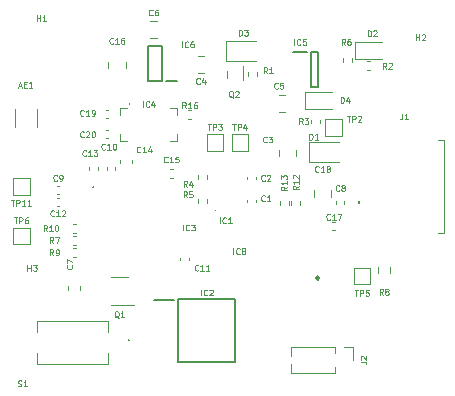
<source format=gbr>
%TF.GenerationSoftware,KiCad,Pcbnew,(6.0.0)*%
%TF.CreationDate,2022-04-21T21:51:44+01:00*%
%TF.ProjectId,Tracer,54726163-6572-42e6-9b69-6361645f7063,C*%
%TF.SameCoordinates,Original*%
%TF.FileFunction,Legend,Top*%
%TF.FilePolarity,Positive*%
%FSLAX46Y46*%
G04 Gerber Fmt 4.6, Leading zero omitted, Abs format (unit mm)*
G04 Created by KiCad (PCBNEW (6.0.0)) date 2022-04-21 21:51:44*
%MOMM*%
%LPD*%
G01*
G04 APERTURE LIST*
%ADD10C,0.035000*%
%ADD11C,0.120000*%
%ADD12C,0.200000*%
%ADD13C,0.027000*%
%ADD14C,0.100000*%
%ADD15C,0.250000*%
G04 APERTURE END LIST*
D10*
%TO.C,C15*%
X142478571Y-94118571D02*
X142454761Y-94142380D01*
X142383333Y-94166190D01*
X142335714Y-94166190D01*
X142264285Y-94142380D01*
X142216666Y-94094761D01*
X142192857Y-94047142D01*
X142169047Y-93951904D01*
X142169047Y-93880476D01*
X142192857Y-93785238D01*
X142216666Y-93737619D01*
X142264285Y-93690000D01*
X142335714Y-93666190D01*
X142383333Y-93666190D01*
X142454761Y-93690000D01*
X142478571Y-93713809D01*
X142954761Y-94166190D02*
X142669047Y-94166190D01*
X142811904Y-94166190D02*
X142811904Y-93666190D01*
X142764285Y-93737619D01*
X142716666Y-93785238D01*
X142669047Y-93809047D01*
X143407142Y-93666190D02*
X143169047Y-93666190D01*
X143145238Y-93904285D01*
X143169047Y-93880476D01*
X143216666Y-93856666D01*
X143335714Y-93856666D01*
X143383333Y-93880476D01*
X143407142Y-93904285D01*
X143430952Y-93951904D01*
X143430952Y-94070952D01*
X143407142Y-94118571D01*
X143383333Y-94142380D01*
X143335714Y-94166190D01*
X143216666Y-94166190D01*
X143169047Y-94142380D01*
X143145238Y-94118571D01*
%TO.C,R10*%
X132278571Y-99976190D02*
X132111904Y-99738095D01*
X131992857Y-99976190D02*
X131992857Y-99476190D01*
X132183333Y-99476190D01*
X132230952Y-99500000D01*
X132254761Y-99523809D01*
X132278571Y-99571428D01*
X132278571Y-99642857D01*
X132254761Y-99690476D01*
X132230952Y-99714285D01*
X132183333Y-99738095D01*
X131992857Y-99738095D01*
X132754761Y-99976190D02*
X132469047Y-99976190D01*
X132611904Y-99976190D02*
X132611904Y-99476190D01*
X132564285Y-99547619D01*
X132516666Y-99595238D01*
X132469047Y-99619047D01*
X133064285Y-99476190D02*
X133111904Y-99476190D01*
X133159523Y-99500000D01*
X133183333Y-99523809D01*
X133207142Y-99571428D01*
X133230952Y-99666666D01*
X133230952Y-99785714D01*
X133207142Y-99880952D01*
X133183333Y-99928571D01*
X133159523Y-99952380D01*
X133111904Y-99976190D01*
X133064285Y-99976190D01*
X133016666Y-99952380D01*
X132992857Y-99928571D01*
X132969047Y-99880952D01*
X132945238Y-99785714D01*
X132945238Y-99666666D01*
X132969047Y-99571428D01*
X132992857Y-99523809D01*
X133016666Y-99500000D01*
X133064285Y-99476190D01*
%TO.C,C1*%
X150716666Y-97398571D02*
X150692857Y-97422380D01*
X150621428Y-97446190D01*
X150573809Y-97446190D01*
X150502380Y-97422380D01*
X150454761Y-97374761D01*
X150430952Y-97327142D01*
X150407142Y-97231904D01*
X150407142Y-97160476D01*
X150430952Y-97065238D01*
X150454761Y-97017619D01*
X150502380Y-96970000D01*
X150573809Y-96946190D01*
X150621428Y-96946190D01*
X150692857Y-96970000D01*
X150716666Y-96993809D01*
X151192857Y-97446190D02*
X150907142Y-97446190D01*
X151050000Y-97446190D02*
X151050000Y-96946190D01*
X151002380Y-97017619D01*
X150954761Y-97065238D01*
X150907142Y-97089047D01*
%TO.C,C16*%
X137873571Y-84078571D02*
X137849761Y-84102380D01*
X137778333Y-84126190D01*
X137730714Y-84126190D01*
X137659285Y-84102380D01*
X137611666Y-84054761D01*
X137587857Y-84007142D01*
X137564047Y-83911904D01*
X137564047Y-83840476D01*
X137587857Y-83745238D01*
X137611666Y-83697619D01*
X137659285Y-83650000D01*
X137730714Y-83626190D01*
X137778333Y-83626190D01*
X137849761Y-83650000D01*
X137873571Y-83673809D01*
X138349761Y-84126190D02*
X138064047Y-84126190D01*
X138206904Y-84126190D02*
X138206904Y-83626190D01*
X138159285Y-83697619D01*
X138111666Y-83745238D01*
X138064047Y-83769047D01*
X138778333Y-83626190D02*
X138683095Y-83626190D01*
X138635476Y-83650000D01*
X138611666Y-83673809D01*
X138564047Y-83745238D01*
X138540238Y-83840476D01*
X138540238Y-84030952D01*
X138564047Y-84078571D01*
X138587857Y-84102380D01*
X138635476Y-84126190D01*
X138730714Y-84126190D01*
X138778333Y-84102380D01*
X138802142Y-84078571D01*
X138825952Y-84030952D01*
X138825952Y-83911904D01*
X138802142Y-83864285D01*
X138778333Y-83840476D01*
X138730714Y-83816666D01*
X138635476Y-83816666D01*
X138587857Y-83840476D01*
X138564047Y-83864285D01*
X138540238Y-83911904D01*
%TO.C,C5*%
X151816666Y-87878571D02*
X151792857Y-87902380D01*
X151721428Y-87926190D01*
X151673809Y-87926190D01*
X151602380Y-87902380D01*
X151554761Y-87854761D01*
X151530952Y-87807142D01*
X151507142Y-87711904D01*
X151507142Y-87640476D01*
X151530952Y-87545238D01*
X151554761Y-87497619D01*
X151602380Y-87450000D01*
X151673809Y-87426190D01*
X151721428Y-87426190D01*
X151792857Y-87450000D01*
X151816666Y-87473809D01*
X152269047Y-87426190D02*
X152030952Y-87426190D01*
X152007142Y-87664285D01*
X152030952Y-87640476D01*
X152078571Y-87616666D01*
X152197619Y-87616666D01*
X152245238Y-87640476D01*
X152269047Y-87664285D01*
X152292857Y-87711904D01*
X152292857Y-87830952D01*
X152269047Y-87878571D01*
X152245238Y-87902380D01*
X152197619Y-87926190D01*
X152078571Y-87926190D01*
X152030952Y-87902380D01*
X152007142Y-87878571D01*
%TO.C,D1*%
X154480952Y-92226190D02*
X154480952Y-91726190D01*
X154600000Y-91726190D01*
X154671428Y-91750000D01*
X154719047Y-91797619D01*
X154742857Y-91845238D01*
X154766666Y-91940476D01*
X154766666Y-92011904D01*
X154742857Y-92107142D01*
X154719047Y-92154761D01*
X154671428Y-92202380D01*
X154600000Y-92226190D01*
X154480952Y-92226190D01*
X155242857Y-92226190D02*
X154957142Y-92226190D01*
X155100000Y-92226190D02*
X155100000Y-91726190D01*
X155052380Y-91797619D01*
X155004761Y-91845238D01*
X154957142Y-91869047D01*
%TO.C,Q2*%
X148052380Y-88673809D02*
X148004761Y-88650000D01*
X147957142Y-88602380D01*
X147885714Y-88530952D01*
X147838095Y-88507142D01*
X147790476Y-88507142D01*
X147814285Y-88626190D02*
X147766666Y-88602380D01*
X147719047Y-88554761D01*
X147695238Y-88459523D01*
X147695238Y-88292857D01*
X147719047Y-88197619D01*
X147766666Y-88150000D01*
X147814285Y-88126190D01*
X147909523Y-88126190D01*
X147957142Y-88150000D01*
X148004761Y-88197619D01*
X148028571Y-88292857D01*
X148028571Y-88459523D01*
X148004761Y-88554761D01*
X147957142Y-88602380D01*
X147909523Y-88626190D01*
X147814285Y-88626190D01*
X148219047Y-88173809D02*
X148242857Y-88150000D01*
X148290476Y-88126190D01*
X148409523Y-88126190D01*
X148457142Y-88150000D01*
X148480952Y-88173809D01*
X148504761Y-88221428D01*
X148504761Y-88269047D01*
X148480952Y-88340476D01*
X148195238Y-88626190D01*
X148504761Y-88626190D01*
%TO.C,R7*%
X132816666Y-100976190D02*
X132650000Y-100738095D01*
X132530952Y-100976190D02*
X132530952Y-100476190D01*
X132721428Y-100476190D01*
X132769047Y-100500000D01*
X132792857Y-100523809D01*
X132816666Y-100571428D01*
X132816666Y-100642857D01*
X132792857Y-100690476D01*
X132769047Y-100714285D01*
X132721428Y-100738095D01*
X132530952Y-100738095D01*
X132983333Y-100476190D02*
X133316666Y-100476190D01*
X133102380Y-100976190D01*
%TO.C,C3*%
X150866666Y-92428571D02*
X150842857Y-92452380D01*
X150771428Y-92476190D01*
X150723809Y-92476190D01*
X150652380Y-92452380D01*
X150604761Y-92404761D01*
X150580952Y-92357142D01*
X150557142Y-92261904D01*
X150557142Y-92190476D01*
X150580952Y-92095238D01*
X150604761Y-92047619D01*
X150652380Y-92000000D01*
X150723809Y-91976190D01*
X150771428Y-91976190D01*
X150842857Y-92000000D01*
X150866666Y-92023809D01*
X151033333Y-91976190D02*
X151342857Y-91976190D01*
X151176190Y-92166666D01*
X151247619Y-92166666D01*
X151295238Y-92190476D01*
X151319047Y-92214285D01*
X151342857Y-92261904D01*
X151342857Y-92380952D01*
X151319047Y-92428571D01*
X151295238Y-92452380D01*
X151247619Y-92476190D01*
X151104761Y-92476190D01*
X151057142Y-92452380D01*
X151033333Y-92428571D01*
%TO.C,H3*%
X130619047Y-103326190D02*
X130619047Y-102826190D01*
X130619047Y-103064285D02*
X130904761Y-103064285D01*
X130904761Y-103326190D02*
X130904761Y-102826190D01*
X131095238Y-102826190D02*
X131404761Y-102826190D01*
X131238095Y-103016666D01*
X131309523Y-103016666D01*
X131357142Y-103040476D01*
X131380952Y-103064285D01*
X131404761Y-103111904D01*
X131404761Y-103230952D01*
X131380952Y-103278571D01*
X131357142Y-103302380D01*
X131309523Y-103326190D01*
X131166666Y-103326190D01*
X131119047Y-103302380D01*
X131095238Y-103278571D01*
%TO.C,C6*%
X141211666Y-81678571D02*
X141187857Y-81702380D01*
X141116428Y-81726190D01*
X141068809Y-81726190D01*
X140997380Y-81702380D01*
X140949761Y-81654761D01*
X140925952Y-81607142D01*
X140902142Y-81511904D01*
X140902142Y-81440476D01*
X140925952Y-81345238D01*
X140949761Y-81297619D01*
X140997380Y-81250000D01*
X141068809Y-81226190D01*
X141116428Y-81226190D01*
X141187857Y-81250000D01*
X141211666Y-81273809D01*
X141640238Y-81226190D02*
X141545000Y-81226190D01*
X141497380Y-81250000D01*
X141473571Y-81273809D01*
X141425952Y-81345238D01*
X141402142Y-81440476D01*
X141402142Y-81630952D01*
X141425952Y-81678571D01*
X141449761Y-81702380D01*
X141497380Y-81726190D01*
X141592619Y-81726190D01*
X141640238Y-81702380D01*
X141664047Y-81678571D01*
X141687857Y-81630952D01*
X141687857Y-81511904D01*
X141664047Y-81464285D01*
X141640238Y-81440476D01*
X141592619Y-81416666D01*
X141497380Y-81416666D01*
X141449761Y-81440476D01*
X141425952Y-81464285D01*
X141402142Y-81511904D01*
%TO.C,C14*%
X140178571Y-93278571D02*
X140154761Y-93302380D01*
X140083333Y-93326190D01*
X140035714Y-93326190D01*
X139964285Y-93302380D01*
X139916666Y-93254761D01*
X139892857Y-93207142D01*
X139869047Y-93111904D01*
X139869047Y-93040476D01*
X139892857Y-92945238D01*
X139916666Y-92897619D01*
X139964285Y-92850000D01*
X140035714Y-92826190D01*
X140083333Y-92826190D01*
X140154761Y-92850000D01*
X140178571Y-92873809D01*
X140654761Y-93326190D02*
X140369047Y-93326190D01*
X140511904Y-93326190D02*
X140511904Y-92826190D01*
X140464285Y-92897619D01*
X140416666Y-92945238D01*
X140369047Y-92969047D01*
X141083333Y-92992857D02*
X141083333Y-93326190D01*
X140964285Y-92802380D02*
X140845238Y-93159523D01*
X141154761Y-93159523D01*
%TO.C,IC4*%
X140406904Y-89476190D02*
X140406904Y-88976190D01*
X140930714Y-89428571D02*
X140906904Y-89452380D01*
X140835476Y-89476190D01*
X140787857Y-89476190D01*
X140716428Y-89452380D01*
X140668809Y-89404761D01*
X140645000Y-89357142D01*
X140621190Y-89261904D01*
X140621190Y-89190476D01*
X140645000Y-89095238D01*
X140668809Y-89047619D01*
X140716428Y-89000000D01*
X140787857Y-88976190D01*
X140835476Y-88976190D01*
X140906904Y-89000000D01*
X140930714Y-89023809D01*
X141359285Y-89142857D02*
X141359285Y-89476190D01*
X141240238Y-88952380D02*
X141121190Y-89309523D01*
X141430714Y-89309523D01*
%TO.C,R12*%
X153576190Y-96171428D02*
X153338095Y-96338095D01*
X153576190Y-96457142D02*
X153076190Y-96457142D01*
X153076190Y-96266666D01*
X153100000Y-96219047D01*
X153123809Y-96195238D01*
X153171428Y-96171428D01*
X153242857Y-96171428D01*
X153290476Y-96195238D01*
X153314285Y-96219047D01*
X153338095Y-96266666D01*
X153338095Y-96457142D01*
X153576190Y-95695238D02*
X153576190Y-95980952D01*
X153576190Y-95838095D02*
X153076190Y-95838095D01*
X153147619Y-95885714D01*
X153195238Y-95933333D01*
X153219047Y-95980952D01*
X153123809Y-95504761D02*
X153100000Y-95480952D01*
X153076190Y-95433333D01*
X153076190Y-95314285D01*
X153100000Y-95266666D01*
X153123809Y-95242857D01*
X153171428Y-95219047D01*
X153219047Y-95219047D01*
X153290476Y-95242857D01*
X153576190Y-95528571D01*
X153576190Y-95219047D01*
%TO.C,IC1*%
X146911904Y-99326190D02*
X146911904Y-98826190D01*
X147435714Y-99278571D02*
X147411904Y-99302380D01*
X147340476Y-99326190D01*
X147292857Y-99326190D01*
X147221428Y-99302380D01*
X147173809Y-99254761D01*
X147150000Y-99207142D01*
X147126190Y-99111904D01*
X147126190Y-99040476D01*
X147150000Y-98945238D01*
X147173809Y-98897619D01*
X147221428Y-98850000D01*
X147292857Y-98826190D01*
X147340476Y-98826190D01*
X147411904Y-98850000D01*
X147435714Y-98873809D01*
X147911904Y-99326190D02*
X147626190Y-99326190D01*
X147769047Y-99326190D02*
X147769047Y-98826190D01*
X147721428Y-98897619D01*
X147673809Y-98945238D01*
X147626190Y-98969047D01*
%TO.C,J1*%
X162333333Y-90026190D02*
X162333333Y-90383333D01*
X162309523Y-90454761D01*
X162261904Y-90502380D01*
X162190476Y-90526190D01*
X162142857Y-90526190D01*
X162833333Y-90526190D02*
X162547619Y-90526190D01*
X162690476Y-90526190D02*
X162690476Y-90026190D01*
X162642857Y-90097619D01*
X162595238Y-90145238D01*
X162547619Y-90169047D01*
%TO.C,IC5*%
X153211904Y-84226190D02*
X153211904Y-83726190D01*
X153735714Y-84178571D02*
X153711904Y-84202380D01*
X153640476Y-84226190D01*
X153592857Y-84226190D01*
X153521428Y-84202380D01*
X153473809Y-84154761D01*
X153450000Y-84107142D01*
X153426190Y-84011904D01*
X153426190Y-83940476D01*
X153450000Y-83845238D01*
X153473809Y-83797619D01*
X153521428Y-83750000D01*
X153592857Y-83726190D01*
X153640476Y-83726190D01*
X153711904Y-83750000D01*
X153735714Y-83773809D01*
X154188095Y-83726190D02*
X153950000Y-83726190D01*
X153926190Y-83964285D01*
X153950000Y-83940476D01*
X153997619Y-83916666D01*
X154116666Y-83916666D01*
X154164285Y-83940476D01*
X154188095Y-83964285D01*
X154211904Y-84011904D01*
X154211904Y-84130952D01*
X154188095Y-84178571D01*
X154164285Y-84202380D01*
X154116666Y-84226190D01*
X153997619Y-84226190D01*
X153950000Y-84202380D01*
X153926190Y-84178571D01*
%TO.C,R16*%
X144028571Y-89576190D02*
X143861904Y-89338095D01*
X143742857Y-89576190D02*
X143742857Y-89076190D01*
X143933333Y-89076190D01*
X143980952Y-89100000D01*
X144004761Y-89123809D01*
X144028571Y-89171428D01*
X144028571Y-89242857D01*
X144004761Y-89290476D01*
X143980952Y-89314285D01*
X143933333Y-89338095D01*
X143742857Y-89338095D01*
X144504761Y-89576190D02*
X144219047Y-89576190D01*
X144361904Y-89576190D02*
X144361904Y-89076190D01*
X144314285Y-89147619D01*
X144266666Y-89195238D01*
X144219047Y-89219047D01*
X144933333Y-89076190D02*
X144838095Y-89076190D01*
X144790476Y-89100000D01*
X144766666Y-89123809D01*
X144719047Y-89195238D01*
X144695238Y-89290476D01*
X144695238Y-89480952D01*
X144719047Y-89528571D01*
X144742857Y-89552380D01*
X144790476Y-89576190D01*
X144885714Y-89576190D01*
X144933333Y-89552380D01*
X144957142Y-89528571D01*
X144980952Y-89480952D01*
X144980952Y-89361904D01*
X144957142Y-89314285D01*
X144933333Y-89290476D01*
X144885714Y-89266666D01*
X144790476Y-89266666D01*
X144742857Y-89290476D01*
X144719047Y-89314285D01*
X144695238Y-89361904D01*
%TO.C,R2*%
X161016666Y-86226190D02*
X160850000Y-85988095D01*
X160730952Y-86226190D02*
X160730952Y-85726190D01*
X160921428Y-85726190D01*
X160969047Y-85750000D01*
X160992857Y-85773809D01*
X161016666Y-85821428D01*
X161016666Y-85892857D01*
X160992857Y-85940476D01*
X160969047Y-85964285D01*
X160921428Y-85988095D01*
X160730952Y-85988095D01*
X161207142Y-85773809D02*
X161230952Y-85750000D01*
X161278571Y-85726190D01*
X161397619Y-85726190D01*
X161445238Y-85750000D01*
X161469047Y-85773809D01*
X161492857Y-85821428D01*
X161492857Y-85869047D01*
X161469047Y-85940476D01*
X161183333Y-86226190D01*
X161492857Y-86226190D01*
%TO.C,C10*%
X137178571Y-93028571D02*
X137154761Y-93052380D01*
X137083333Y-93076190D01*
X137035714Y-93076190D01*
X136964285Y-93052380D01*
X136916666Y-93004761D01*
X136892857Y-92957142D01*
X136869047Y-92861904D01*
X136869047Y-92790476D01*
X136892857Y-92695238D01*
X136916666Y-92647619D01*
X136964285Y-92600000D01*
X137035714Y-92576190D01*
X137083333Y-92576190D01*
X137154761Y-92600000D01*
X137178571Y-92623809D01*
X137654761Y-93076190D02*
X137369047Y-93076190D01*
X137511904Y-93076190D02*
X137511904Y-92576190D01*
X137464285Y-92647619D01*
X137416666Y-92695238D01*
X137369047Y-92719047D01*
X137964285Y-92576190D02*
X138011904Y-92576190D01*
X138059523Y-92600000D01*
X138083333Y-92623809D01*
X138107142Y-92671428D01*
X138130952Y-92766666D01*
X138130952Y-92885714D01*
X138107142Y-92980952D01*
X138083333Y-93028571D01*
X138059523Y-93052380D01*
X138011904Y-93076190D01*
X137964285Y-93076190D01*
X137916666Y-93052380D01*
X137892857Y-93028571D01*
X137869047Y-92980952D01*
X137845238Y-92885714D01*
X137845238Y-92766666D01*
X137869047Y-92671428D01*
X137892857Y-92623809D01*
X137916666Y-92600000D01*
X137964285Y-92576190D01*
%TO.C,TP3*%
X145869047Y-90926190D02*
X146154761Y-90926190D01*
X146011904Y-91426190D02*
X146011904Y-90926190D01*
X146321428Y-91426190D02*
X146321428Y-90926190D01*
X146511904Y-90926190D01*
X146559523Y-90950000D01*
X146583333Y-90973809D01*
X146607142Y-91021428D01*
X146607142Y-91092857D01*
X146583333Y-91140476D01*
X146559523Y-91164285D01*
X146511904Y-91188095D01*
X146321428Y-91188095D01*
X146773809Y-90926190D02*
X147083333Y-90926190D01*
X146916666Y-91116666D01*
X146988095Y-91116666D01*
X147035714Y-91140476D01*
X147059523Y-91164285D01*
X147083333Y-91211904D01*
X147083333Y-91330952D01*
X147059523Y-91378571D01*
X147035714Y-91402380D01*
X146988095Y-91426190D01*
X146845238Y-91426190D01*
X146797619Y-91402380D01*
X146773809Y-91378571D01*
%TO.C,C18*%
X155278571Y-94928571D02*
X155254761Y-94952380D01*
X155183333Y-94976190D01*
X155135714Y-94976190D01*
X155064285Y-94952380D01*
X155016666Y-94904761D01*
X154992857Y-94857142D01*
X154969047Y-94761904D01*
X154969047Y-94690476D01*
X154992857Y-94595238D01*
X155016666Y-94547619D01*
X155064285Y-94500000D01*
X155135714Y-94476190D01*
X155183333Y-94476190D01*
X155254761Y-94500000D01*
X155278571Y-94523809D01*
X155754761Y-94976190D02*
X155469047Y-94976190D01*
X155611904Y-94976190D02*
X155611904Y-94476190D01*
X155564285Y-94547619D01*
X155516666Y-94595238D01*
X155469047Y-94619047D01*
X156040476Y-94690476D02*
X155992857Y-94666666D01*
X155969047Y-94642857D01*
X155945238Y-94595238D01*
X155945238Y-94571428D01*
X155969047Y-94523809D01*
X155992857Y-94500000D01*
X156040476Y-94476190D01*
X156135714Y-94476190D01*
X156183333Y-94500000D01*
X156207142Y-94523809D01*
X156230952Y-94571428D01*
X156230952Y-94595238D01*
X156207142Y-94642857D01*
X156183333Y-94666666D01*
X156135714Y-94690476D01*
X156040476Y-94690476D01*
X155992857Y-94714285D01*
X155969047Y-94738095D01*
X155945238Y-94785714D01*
X155945238Y-94880952D01*
X155969047Y-94928571D01*
X155992857Y-94952380D01*
X156040476Y-94976190D01*
X156135714Y-94976190D01*
X156183333Y-94952380D01*
X156207142Y-94928571D01*
X156230952Y-94880952D01*
X156230952Y-94785714D01*
X156207142Y-94738095D01*
X156183333Y-94714285D01*
X156135714Y-94690476D01*
%TO.C,C13*%
X135578571Y-93578571D02*
X135554761Y-93602380D01*
X135483333Y-93626190D01*
X135435714Y-93626190D01*
X135364285Y-93602380D01*
X135316666Y-93554761D01*
X135292857Y-93507142D01*
X135269047Y-93411904D01*
X135269047Y-93340476D01*
X135292857Y-93245238D01*
X135316666Y-93197619D01*
X135364285Y-93150000D01*
X135435714Y-93126190D01*
X135483333Y-93126190D01*
X135554761Y-93150000D01*
X135578571Y-93173809D01*
X136054761Y-93626190D02*
X135769047Y-93626190D01*
X135911904Y-93626190D02*
X135911904Y-93126190D01*
X135864285Y-93197619D01*
X135816666Y-93245238D01*
X135769047Y-93269047D01*
X136221428Y-93126190D02*
X136530952Y-93126190D01*
X136364285Y-93316666D01*
X136435714Y-93316666D01*
X136483333Y-93340476D01*
X136507142Y-93364285D01*
X136530952Y-93411904D01*
X136530952Y-93530952D01*
X136507142Y-93578571D01*
X136483333Y-93602380D01*
X136435714Y-93626190D01*
X136292857Y-93626190D01*
X136245238Y-93602380D01*
X136221428Y-93578571D01*
%TO.C,C20*%
X135378571Y-91978571D02*
X135354761Y-92002380D01*
X135283333Y-92026190D01*
X135235714Y-92026190D01*
X135164285Y-92002380D01*
X135116666Y-91954761D01*
X135092857Y-91907142D01*
X135069047Y-91811904D01*
X135069047Y-91740476D01*
X135092857Y-91645238D01*
X135116666Y-91597619D01*
X135164285Y-91550000D01*
X135235714Y-91526190D01*
X135283333Y-91526190D01*
X135354761Y-91550000D01*
X135378571Y-91573809D01*
X135569047Y-91573809D02*
X135592857Y-91550000D01*
X135640476Y-91526190D01*
X135759523Y-91526190D01*
X135807142Y-91550000D01*
X135830952Y-91573809D01*
X135854761Y-91621428D01*
X135854761Y-91669047D01*
X135830952Y-91740476D01*
X135545238Y-92026190D01*
X135854761Y-92026190D01*
X136164285Y-91526190D02*
X136211904Y-91526190D01*
X136259523Y-91550000D01*
X136283333Y-91573809D01*
X136307142Y-91621428D01*
X136330952Y-91716666D01*
X136330952Y-91835714D01*
X136307142Y-91930952D01*
X136283333Y-91978571D01*
X136259523Y-92002380D01*
X136211904Y-92026190D01*
X136164285Y-92026190D01*
X136116666Y-92002380D01*
X136092857Y-91978571D01*
X136069047Y-91930952D01*
X136045238Y-91835714D01*
X136045238Y-91716666D01*
X136069047Y-91621428D01*
X136092857Y-91573809D01*
X136116666Y-91550000D01*
X136164285Y-91526190D01*
%TO.C,D2*%
X159430952Y-83496190D02*
X159430952Y-82996190D01*
X159550000Y-82996190D01*
X159621428Y-83020000D01*
X159669047Y-83067619D01*
X159692857Y-83115238D01*
X159716666Y-83210476D01*
X159716666Y-83281904D01*
X159692857Y-83377142D01*
X159669047Y-83424761D01*
X159621428Y-83472380D01*
X159550000Y-83496190D01*
X159430952Y-83496190D01*
X159907142Y-83043809D02*
X159930952Y-83020000D01*
X159978571Y-82996190D01*
X160097619Y-82996190D01*
X160145238Y-83020000D01*
X160169047Y-83043809D01*
X160192857Y-83091428D01*
X160192857Y-83139047D01*
X160169047Y-83210476D01*
X159883333Y-83496190D01*
X160192857Y-83496190D01*
%TO.C,J2*%
X158821190Y-111066666D02*
X159178333Y-111066666D01*
X159249761Y-111090476D01*
X159297380Y-111138095D01*
X159321190Y-111209523D01*
X159321190Y-111257142D01*
X158868809Y-110852380D02*
X158845000Y-110828571D01*
X158821190Y-110780952D01*
X158821190Y-110661904D01*
X158845000Y-110614285D01*
X158868809Y-110590476D01*
X158916428Y-110566666D01*
X158964047Y-110566666D01*
X159035476Y-110590476D01*
X159321190Y-110876190D01*
X159321190Y-110566666D01*
%TO.C,R4*%
X144116666Y-96226190D02*
X143950000Y-95988095D01*
X143830952Y-96226190D02*
X143830952Y-95726190D01*
X144021428Y-95726190D01*
X144069047Y-95750000D01*
X144092857Y-95773809D01*
X144116666Y-95821428D01*
X144116666Y-95892857D01*
X144092857Y-95940476D01*
X144069047Y-95964285D01*
X144021428Y-95988095D01*
X143830952Y-95988095D01*
X144545238Y-95892857D02*
X144545238Y-96226190D01*
X144426190Y-95702380D02*
X144307142Y-96059523D01*
X144616666Y-96059523D01*
%TO.C,R6*%
X157516666Y-84206190D02*
X157350000Y-83968095D01*
X157230952Y-84206190D02*
X157230952Y-83706190D01*
X157421428Y-83706190D01*
X157469047Y-83730000D01*
X157492857Y-83753809D01*
X157516666Y-83801428D01*
X157516666Y-83872857D01*
X157492857Y-83920476D01*
X157469047Y-83944285D01*
X157421428Y-83968095D01*
X157230952Y-83968095D01*
X157945238Y-83706190D02*
X157850000Y-83706190D01*
X157802380Y-83730000D01*
X157778571Y-83753809D01*
X157730952Y-83825238D01*
X157707142Y-83920476D01*
X157707142Y-84110952D01*
X157730952Y-84158571D01*
X157754761Y-84182380D01*
X157802380Y-84206190D01*
X157897619Y-84206190D01*
X157945238Y-84182380D01*
X157969047Y-84158571D01*
X157992857Y-84110952D01*
X157992857Y-83991904D01*
X157969047Y-83944285D01*
X157945238Y-83920476D01*
X157897619Y-83896666D01*
X157802380Y-83896666D01*
X157754761Y-83920476D01*
X157730952Y-83944285D01*
X157707142Y-83991904D01*
%TO.C,TP11*%
X129230952Y-97326190D02*
X129516666Y-97326190D01*
X129373809Y-97826190D02*
X129373809Y-97326190D01*
X129683333Y-97826190D02*
X129683333Y-97326190D01*
X129873809Y-97326190D01*
X129921428Y-97350000D01*
X129945238Y-97373809D01*
X129969047Y-97421428D01*
X129969047Y-97492857D01*
X129945238Y-97540476D01*
X129921428Y-97564285D01*
X129873809Y-97588095D01*
X129683333Y-97588095D01*
X130445238Y-97826190D02*
X130159523Y-97826190D01*
X130302380Y-97826190D02*
X130302380Y-97326190D01*
X130254761Y-97397619D01*
X130207142Y-97445238D01*
X130159523Y-97469047D01*
X130921428Y-97826190D02*
X130635714Y-97826190D01*
X130778571Y-97826190D02*
X130778571Y-97326190D01*
X130730952Y-97397619D01*
X130683333Y-97445238D01*
X130635714Y-97469047D01*
%TO.C,TP6*%
X129469047Y-98826190D02*
X129754761Y-98826190D01*
X129611904Y-99326190D02*
X129611904Y-98826190D01*
X129921428Y-99326190D02*
X129921428Y-98826190D01*
X130111904Y-98826190D01*
X130159523Y-98850000D01*
X130183333Y-98873809D01*
X130207142Y-98921428D01*
X130207142Y-98992857D01*
X130183333Y-99040476D01*
X130159523Y-99064285D01*
X130111904Y-99088095D01*
X129921428Y-99088095D01*
X130635714Y-98826190D02*
X130540476Y-98826190D01*
X130492857Y-98850000D01*
X130469047Y-98873809D01*
X130421428Y-98945238D01*
X130397619Y-99040476D01*
X130397619Y-99230952D01*
X130421428Y-99278571D01*
X130445238Y-99302380D01*
X130492857Y-99326190D01*
X130588095Y-99326190D01*
X130635714Y-99302380D01*
X130659523Y-99278571D01*
X130683333Y-99230952D01*
X130683333Y-99111904D01*
X130659523Y-99064285D01*
X130635714Y-99040476D01*
X130588095Y-99016666D01*
X130492857Y-99016666D01*
X130445238Y-99040476D01*
X130421428Y-99064285D01*
X130397619Y-99111904D01*
%TO.C,H2*%
X163519047Y-83826190D02*
X163519047Y-83326190D01*
X163519047Y-83564285D02*
X163804761Y-83564285D01*
X163804761Y-83826190D02*
X163804761Y-83326190D01*
X164019047Y-83373809D02*
X164042857Y-83350000D01*
X164090476Y-83326190D01*
X164209523Y-83326190D01*
X164257142Y-83350000D01*
X164280952Y-83373809D01*
X164304761Y-83421428D01*
X164304761Y-83469047D01*
X164280952Y-83540476D01*
X163995238Y-83826190D01*
X164304761Y-83826190D01*
%TO.C,R3*%
X153916666Y-90926190D02*
X153750000Y-90688095D01*
X153630952Y-90926190D02*
X153630952Y-90426190D01*
X153821428Y-90426190D01*
X153869047Y-90450000D01*
X153892857Y-90473809D01*
X153916666Y-90521428D01*
X153916666Y-90592857D01*
X153892857Y-90640476D01*
X153869047Y-90664285D01*
X153821428Y-90688095D01*
X153630952Y-90688095D01*
X154083333Y-90426190D02*
X154392857Y-90426190D01*
X154226190Y-90616666D01*
X154297619Y-90616666D01*
X154345238Y-90640476D01*
X154369047Y-90664285D01*
X154392857Y-90711904D01*
X154392857Y-90830952D01*
X154369047Y-90878571D01*
X154345238Y-90902380D01*
X154297619Y-90926190D01*
X154154761Y-90926190D01*
X154107142Y-90902380D01*
X154083333Y-90878571D01*
%TO.C,C2*%
X150716666Y-95678571D02*
X150692857Y-95702380D01*
X150621428Y-95726190D01*
X150573809Y-95726190D01*
X150502380Y-95702380D01*
X150454761Y-95654761D01*
X150430952Y-95607142D01*
X150407142Y-95511904D01*
X150407142Y-95440476D01*
X150430952Y-95345238D01*
X150454761Y-95297619D01*
X150502380Y-95250000D01*
X150573809Y-95226190D01*
X150621428Y-95226190D01*
X150692857Y-95250000D01*
X150716666Y-95273809D01*
X150907142Y-95273809D02*
X150930952Y-95250000D01*
X150978571Y-95226190D01*
X151097619Y-95226190D01*
X151145238Y-95250000D01*
X151169047Y-95273809D01*
X151192857Y-95321428D01*
X151192857Y-95369047D01*
X151169047Y-95440476D01*
X150883333Y-95726190D01*
X151192857Y-95726190D01*
%TO.C,S1*%
X129819047Y-113102380D02*
X129890476Y-113126190D01*
X130009523Y-113126190D01*
X130057142Y-113102380D01*
X130080952Y-113078571D01*
X130104761Y-113030952D01*
X130104761Y-112983333D01*
X130080952Y-112935714D01*
X130057142Y-112911904D01*
X130009523Y-112888095D01*
X129914285Y-112864285D01*
X129866666Y-112840476D01*
X129842857Y-112816666D01*
X129819047Y-112769047D01*
X129819047Y-112721428D01*
X129842857Y-112673809D01*
X129866666Y-112650000D01*
X129914285Y-112626190D01*
X130033333Y-112626190D01*
X130104761Y-112650000D01*
X130580952Y-113126190D02*
X130295238Y-113126190D01*
X130438095Y-113126190D02*
X130438095Y-112626190D01*
X130390476Y-112697619D01*
X130342857Y-112745238D01*
X130295238Y-112769047D01*
%TO.C,D4*%
X157130952Y-89126190D02*
X157130952Y-88626190D01*
X157250000Y-88626190D01*
X157321428Y-88650000D01*
X157369047Y-88697619D01*
X157392857Y-88745238D01*
X157416666Y-88840476D01*
X157416666Y-88911904D01*
X157392857Y-89007142D01*
X157369047Y-89054761D01*
X157321428Y-89102380D01*
X157250000Y-89126190D01*
X157130952Y-89126190D01*
X157845238Y-88792857D02*
X157845238Y-89126190D01*
X157726190Y-88602380D02*
X157607142Y-88959523D01*
X157916666Y-88959523D01*
%TO.C,D3*%
X148530952Y-83426190D02*
X148530952Y-82926190D01*
X148650000Y-82926190D01*
X148721428Y-82950000D01*
X148769047Y-82997619D01*
X148792857Y-83045238D01*
X148816666Y-83140476D01*
X148816666Y-83211904D01*
X148792857Y-83307142D01*
X148769047Y-83354761D01*
X148721428Y-83402380D01*
X148650000Y-83426190D01*
X148530952Y-83426190D01*
X148983333Y-82926190D02*
X149292857Y-82926190D01*
X149126190Y-83116666D01*
X149197619Y-83116666D01*
X149245238Y-83140476D01*
X149269047Y-83164285D01*
X149292857Y-83211904D01*
X149292857Y-83330952D01*
X149269047Y-83378571D01*
X149245238Y-83402380D01*
X149197619Y-83426190D01*
X149054761Y-83426190D01*
X149007142Y-83402380D01*
X148983333Y-83378571D01*
%TO.C,R1*%
X150916666Y-86626190D02*
X150750000Y-86388095D01*
X150630952Y-86626190D02*
X150630952Y-86126190D01*
X150821428Y-86126190D01*
X150869047Y-86150000D01*
X150892857Y-86173809D01*
X150916666Y-86221428D01*
X150916666Y-86292857D01*
X150892857Y-86340476D01*
X150869047Y-86364285D01*
X150821428Y-86388095D01*
X150630952Y-86388095D01*
X151392857Y-86626190D02*
X151107142Y-86626190D01*
X151250000Y-86626190D02*
X151250000Y-86126190D01*
X151202380Y-86197619D01*
X151154761Y-86245238D01*
X151107142Y-86269047D01*
%TO.C,C19*%
X135378571Y-90178571D02*
X135354761Y-90202380D01*
X135283333Y-90226190D01*
X135235714Y-90226190D01*
X135164285Y-90202380D01*
X135116666Y-90154761D01*
X135092857Y-90107142D01*
X135069047Y-90011904D01*
X135069047Y-89940476D01*
X135092857Y-89845238D01*
X135116666Y-89797619D01*
X135164285Y-89750000D01*
X135235714Y-89726190D01*
X135283333Y-89726190D01*
X135354761Y-89750000D01*
X135378571Y-89773809D01*
X135854761Y-90226190D02*
X135569047Y-90226190D01*
X135711904Y-90226190D02*
X135711904Y-89726190D01*
X135664285Y-89797619D01*
X135616666Y-89845238D01*
X135569047Y-89869047D01*
X136092857Y-90226190D02*
X136188095Y-90226190D01*
X136235714Y-90202380D01*
X136259523Y-90178571D01*
X136307142Y-90107142D01*
X136330952Y-90011904D01*
X136330952Y-89821428D01*
X136307142Y-89773809D01*
X136283333Y-89750000D01*
X136235714Y-89726190D01*
X136140476Y-89726190D01*
X136092857Y-89750000D01*
X136069047Y-89773809D01*
X136045238Y-89821428D01*
X136045238Y-89940476D01*
X136069047Y-89988095D01*
X136092857Y-90011904D01*
X136140476Y-90035714D01*
X136235714Y-90035714D01*
X136283333Y-90011904D01*
X136307142Y-89988095D01*
X136330952Y-89940476D01*
%TO.C,IC8*%
X148061904Y-101926190D02*
X148061904Y-101426190D01*
X148585714Y-101878571D02*
X148561904Y-101902380D01*
X148490476Y-101926190D01*
X148442857Y-101926190D01*
X148371428Y-101902380D01*
X148323809Y-101854761D01*
X148300000Y-101807142D01*
X148276190Y-101711904D01*
X148276190Y-101640476D01*
X148300000Y-101545238D01*
X148323809Y-101497619D01*
X148371428Y-101450000D01*
X148442857Y-101426190D01*
X148490476Y-101426190D01*
X148561904Y-101450000D01*
X148585714Y-101473809D01*
X148871428Y-101640476D02*
X148823809Y-101616666D01*
X148800000Y-101592857D01*
X148776190Y-101545238D01*
X148776190Y-101521428D01*
X148800000Y-101473809D01*
X148823809Y-101450000D01*
X148871428Y-101426190D01*
X148966666Y-101426190D01*
X149014285Y-101450000D01*
X149038095Y-101473809D01*
X149061904Y-101521428D01*
X149061904Y-101545238D01*
X149038095Y-101592857D01*
X149014285Y-101616666D01*
X148966666Y-101640476D01*
X148871428Y-101640476D01*
X148823809Y-101664285D01*
X148800000Y-101688095D01*
X148776190Y-101735714D01*
X148776190Y-101830952D01*
X148800000Y-101878571D01*
X148823809Y-101902380D01*
X148871428Y-101926190D01*
X148966666Y-101926190D01*
X149014285Y-101902380D01*
X149038095Y-101878571D01*
X149061904Y-101830952D01*
X149061904Y-101735714D01*
X149038095Y-101688095D01*
X149014285Y-101664285D01*
X148966666Y-101640476D01*
%TO.C,C12*%
X132878571Y-98678571D02*
X132854761Y-98702380D01*
X132783333Y-98726190D01*
X132735714Y-98726190D01*
X132664285Y-98702380D01*
X132616666Y-98654761D01*
X132592857Y-98607142D01*
X132569047Y-98511904D01*
X132569047Y-98440476D01*
X132592857Y-98345238D01*
X132616666Y-98297619D01*
X132664285Y-98250000D01*
X132735714Y-98226190D01*
X132783333Y-98226190D01*
X132854761Y-98250000D01*
X132878571Y-98273809D01*
X133354761Y-98726190D02*
X133069047Y-98726190D01*
X133211904Y-98726190D02*
X133211904Y-98226190D01*
X133164285Y-98297619D01*
X133116666Y-98345238D01*
X133069047Y-98369047D01*
X133545238Y-98273809D02*
X133569047Y-98250000D01*
X133616666Y-98226190D01*
X133735714Y-98226190D01*
X133783333Y-98250000D01*
X133807142Y-98273809D01*
X133830952Y-98321428D01*
X133830952Y-98369047D01*
X133807142Y-98440476D01*
X133521428Y-98726190D01*
X133830952Y-98726190D01*
%TO.C,H1*%
X131419047Y-82226190D02*
X131419047Y-81726190D01*
X131419047Y-81964285D02*
X131704761Y-81964285D01*
X131704761Y-82226190D02*
X131704761Y-81726190D01*
X132204761Y-82226190D02*
X131919047Y-82226190D01*
X132061904Y-82226190D02*
X132061904Y-81726190D01*
X132014285Y-81797619D01*
X131966666Y-81845238D01*
X131919047Y-81869047D01*
%TO.C,AE1*%
X129866666Y-87683333D02*
X130104761Y-87683333D01*
X129819047Y-87826190D02*
X129985714Y-87326190D01*
X130152380Y-87826190D01*
X130319047Y-87564285D02*
X130485714Y-87564285D01*
X130557142Y-87826190D02*
X130319047Y-87826190D01*
X130319047Y-87326190D01*
X130557142Y-87326190D01*
X131033333Y-87826190D02*
X130747619Y-87826190D01*
X130890476Y-87826190D02*
X130890476Y-87326190D01*
X130842857Y-87397619D01*
X130795238Y-87445238D01*
X130747619Y-87469047D01*
%TO.C,R9*%
X132816666Y-102026190D02*
X132650000Y-101788095D01*
X132530952Y-102026190D02*
X132530952Y-101526190D01*
X132721428Y-101526190D01*
X132769047Y-101550000D01*
X132792857Y-101573809D01*
X132816666Y-101621428D01*
X132816666Y-101692857D01*
X132792857Y-101740476D01*
X132769047Y-101764285D01*
X132721428Y-101788095D01*
X132530952Y-101788095D01*
X133054761Y-102026190D02*
X133150000Y-102026190D01*
X133197619Y-102002380D01*
X133221428Y-101978571D01*
X133269047Y-101907142D01*
X133292857Y-101811904D01*
X133292857Y-101621428D01*
X133269047Y-101573809D01*
X133245238Y-101550000D01*
X133197619Y-101526190D01*
X133102380Y-101526190D01*
X133054761Y-101550000D01*
X133030952Y-101573809D01*
X133007142Y-101621428D01*
X133007142Y-101740476D01*
X133030952Y-101788095D01*
X133054761Y-101811904D01*
X133102380Y-101835714D01*
X133197619Y-101835714D01*
X133245238Y-101811904D01*
X133269047Y-101788095D01*
X133292857Y-101740476D01*
%TO.C,Q1*%
X138352380Y-107323809D02*
X138304761Y-107300000D01*
X138257142Y-107252380D01*
X138185714Y-107180952D01*
X138138095Y-107157142D01*
X138090476Y-107157142D01*
X138114285Y-107276190D02*
X138066666Y-107252380D01*
X138019047Y-107204761D01*
X137995238Y-107109523D01*
X137995238Y-106942857D01*
X138019047Y-106847619D01*
X138066666Y-106800000D01*
X138114285Y-106776190D01*
X138209523Y-106776190D01*
X138257142Y-106800000D01*
X138304761Y-106847619D01*
X138328571Y-106942857D01*
X138328571Y-107109523D01*
X138304761Y-107204761D01*
X138257142Y-107252380D01*
X138209523Y-107276190D01*
X138114285Y-107276190D01*
X138804761Y-107276190D02*
X138519047Y-107276190D01*
X138661904Y-107276190D02*
X138661904Y-106776190D01*
X138614285Y-106847619D01*
X138566666Y-106895238D01*
X138519047Y-106919047D01*
%TO.C,IC3*%
X143811904Y-99926190D02*
X143811904Y-99426190D01*
X144335714Y-99878571D02*
X144311904Y-99902380D01*
X144240476Y-99926190D01*
X144192857Y-99926190D01*
X144121428Y-99902380D01*
X144073809Y-99854761D01*
X144050000Y-99807142D01*
X144026190Y-99711904D01*
X144026190Y-99640476D01*
X144050000Y-99545238D01*
X144073809Y-99497619D01*
X144121428Y-99450000D01*
X144192857Y-99426190D01*
X144240476Y-99426190D01*
X144311904Y-99450000D01*
X144335714Y-99473809D01*
X144502380Y-99426190D02*
X144811904Y-99426190D01*
X144645238Y-99616666D01*
X144716666Y-99616666D01*
X144764285Y-99640476D01*
X144788095Y-99664285D01*
X144811904Y-99711904D01*
X144811904Y-99830952D01*
X144788095Y-99878571D01*
X144764285Y-99902380D01*
X144716666Y-99926190D01*
X144573809Y-99926190D01*
X144526190Y-99902380D01*
X144502380Y-99878571D01*
%TO.C,C17*%
X156228571Y-98978571D02*
X156204761Y-99002380D01*
X156133333Y-99026190D01*
X156085714Y-99026190D01*
X156014285Y-99002380D01*
X155966666Y-98954761D01*
X155942857Y-98907142D01*
X155919047Y-98811904D01*
X155919047Y-98740476D01*
X155942857Y-98645238D01*
X155966666Y-98597619D01*
X156014285Y-98550000D01*
X156085714Y-98526190D01*
X156133333Y-98526190D01*
X156204761Y-98550000D01*
X156228571Y-98573809D01*
X156704761Y-99026190D02*
X156419047Y-99026190D01*
X156561904Y-99026190D02*
X156561904Y-98526190D01*
X156514285Y-98597619D01*
X156466666Y-98645238D01*
X156419047Y-98669047D01*
X156871428Y-98526190D02*
X157204761Y-98526190D01*
X156990476Y-99026190D01*
%TO.C,TP5*%
X158319047Y-104974190D02*
X158604761Y-104974190D01*
X158461904Y-105474190D02*
X158461904Y-104974190D01*
X158771428Y-105474190D02*
X158771428Y-104974190D01*
X158961904Y-104974190D01*
X159009523Y-104998000D01*
X159033333Y-105021809D01*
X159057142Y-105069428D01*
X159057142Y-105140857D01*
X159033333Y-105188476D01*
X159009523Y-105212285D01*
X158961904Y-105236095D01*
X158771428Y-105236095D01*
X159509523Y-104974190D02*
X159271428Y-104974190D01*
X159247619Y-105212285D01*
X159271428Y-105188476D01*
X159319047Y-105164666D01*
X159438095Y-105164666D01*
X159485714Y-105188476D01*
X159509523Y-105212285D01*
X159533333Y-105259904D01*
X159533333Y-105378952D01*
X159509523Y-105426571D01*
X159485714Y-105450380D01*
X159438095Y-105474190D01*
X159319047Y-105474190D01*
X159271428Y-105450380D01*
X159247619Y-105426571D01*
%TO.C,C7*%
X134378571Y-102883333D02*
X134402380Y-102907142D01*
X134426190Y-102978571D01*
X134426190Y-103026190D01*
X134402380Y-103097619D01*
X134354761Y-103145238D01*
X134307142Y-103169047D01*
X134211904Y-103192857D01*
X134140476Y-103192857D01*
X134045238Y-103169047D01*
X133997619Y-103145238D01*
X133950000Y-103097619D01*
X133926190Y-103026190D01*
X133926190Y-102978571D01*
X133950000Y-102907142D01*
X133973809Y-102883333D01*
X133926190Y-102716666D02*
X133926190Y-102383333D01*
X134426190Y-102597619D01*
%TO.C,R5*%
X144116666Y-97126190D02*
X143950000Y-96888095D01*
X143830952Y-97126190D02*
X143830952Y-96626190D01*
X144021428Y-96626190D01*
X144069047Y-96650000D01*
X144092857Y-96673809D01*
X144116666Y-96721428D01*
X144116666Y-96792857D01*
X144092857Y-96840476D01*
X144069047Y-96864285D01*
X144021428Y-96888095D01*
X143830952Y-96888095D01*
X144569047Y-96626190D02*
X144330952Y-96626190D01*
X144307142Y-96864285D01*
X144330952Y-96840476D01*
X144378571Y-96816666D01*
X144497619Y-96816666D01*
X144545238Y-96840476D01*
X144569047Y-96864285D01*
X144592857Y-96911904D01*
X144592857Y-97030952D01*
X144569047Y-97078571D01*
X144545238Y-97102380D01*
X144497619Y-97126190D01*
X144378571Y-97126190D01*
X144330952Y-97102380D01*
X144307142Y-97078571D01*
%TO.C,C8*%
X157016666Y-96528571D02*
X156992857Y-96552380D01*
X156921428Y-96576190D01*
X156873809Y-96576190D01*
X156802380Y-96552380D01*
X156754761Y-96504761D01*
X156730952Y-96457142D01*
X156707142Y-96361904D01*
X156707142Y-96290476D01*
X156730952Y-96195238D01*
X156754761Y-96147619D01*
X156802380Y-96100000D01*
X156873809Y-96076190D01*
X156921428Y-96076190D01*
X156992857Y-96100000D01*
X157016666Y-96123809D01*
X157302380Y-96290476D02*
X157254761Y-96266666D01*
X157230952Y-96242857D01*
X157207142Y-96195238D01*
X157207142Y-96171428D01*
X157230952Y-96123809D01*
X157254761Y-96100000D01*
X157302380Y-96076190D01*
X157397619Y-96076190D01*
X157445238Y-96100000D01*
X157469047Y-96123809D01*
X157492857Y-96171428D01*
X157492857Y-96195238D01*
X157469047Y-96242857D01*
X157445238Y-96266666D01*
X157397619Y-96290476D01*
X157302380Y-96290476D01*
X157254761Y-96314285D01*
X157230952Y-96338095D01*
X157207142Y-96385714D01*
X157207142Y-96480952D01*
X157230952Y-96528571D01*
X157254761Y-96552380D01*
X157302380Y-96576190D01*
X157397619Y-96576190D01*
X157445238Y-96552380D01*
X157469047Y-96528571D01*
X157492857Y-96480952D01*
X157492857Y-96385714D01*
X157469047Y-96338095D01*
X157445238Y-96314285D01*
X157397619Y-96290476D01*
%TO.C,TP4*%
X147969047Y-90926190D02*
X148254761Y-90926190D01*
X148111904Y-91426190D02*
X148111904Y-90926190D01*
X148421428Y-91426190D02*
X148421428Y-90926190D01*
X148611904Y-90926190D01*
X148659523Y-90950000D01*
X148683333Y-90973809D01*
X148707142Y-91021428D01*
X148707142Y-91092857D01*
X148683333Y-91140476D01*
X148659523Y-91164285D01*
X148611904Y-91188095D01*
X148421428Y-91188095D01*
X149135714Y-91092857D02*
X149135714Y-91426190D01*
X149016666Y-90902380D02*
X148897619Y-91259523D01*
X149207142Y-91259523D01*
%TO.C,C4*%
X145211666Y-87478571D02*
X145187857Y-87502380D01*
X145116428Y-87526190D01*
X145068809Y-87526190D01*
X144997380Y-87502380D01*
X144949761Y-87454761D01*
X144925952Y-87407142D01*
X144902142Y-87311904D01*
X144902142Y-87240476D01*
X144925952Y-87145238D01*
X144949761Y-87097619D01*
X144997380Y-87050000D01*
X145068809Y-87026190D01*
X145116428Y-87026190D01*
X145187857Y-87050000D01*
X145211666Y-87073809D01*
X145640238Y-87192857D02*
X145640238Y-87526190D01*
X145521190Y-87002380D02*
X145402142Y-87359523D01*
X145711666Y-87359523D01*
%TO.C,R8*%
X160716666Y-105376190D02*
X160550000Y-105138095D01*
X160430952Y-105376190D02*
X160430952Y-104876190D01*
X160621428Y-104876190D01*
X160669047Y-104900000D01*
X160692857Y-104923809D01*
X160716666Y-104971428D01*
X160716666Y-105042857D01*
X160692857Y-105090476D01*
X160669047Y-105114285D01*
X160621428Y-105138095D01*
X160430952Y-105138095D01*
X161002380Y-105090476D02*
X160954761Y-105066666D01*
X160930952Y-105042857D01*
X160907142Y-104995238D01*
X160907142Y-104971428D01*
X160930952Y-104923809D01*
X160954761Y-104900000D01*
X161002380Y-104876190D01*
X161097619Y-104876190D01*
X161145238Y-104900000D01*
X161169047Y-104923809D01*
X161192857Y-104971428D01*
X161192857Y-104995238D01*
X161169047Y-105042857D01*
X161145238Y-105066666D01*
X161097619Y-105090476D01*
X161002380Y-105090476D01*
X160954761Y-105114285D01*
X160930952Y-105138095D01*
X160907142Y-105185714D01*
X160907142Y-105280952D01*
X160930952Y-105328571D01*
X160954761Y-105352380D01*
X161002380Y-105376190D01*
X161097619Y-105376190D01*
X161145238Y-105352380D01*
X161169047Y-105328571D01*
X161192857Y-105280952D01*
X161192857Y-105185714D01*
X161169047Y-105138095D01*
X161145238Y-105114285D01*
X161097619Y-105090476D01*
%TO.C,IC6*%
X143706904Y-84426190D02*
X143706904Y-83926190D01*
X144230714Y-84378571D02*
X144206904Y-84402380D01*
X144135476Y-84426190D01*
X144087857Y-84426190D01*
X144016428Y-84402380D01*
X143968809Y-84354761D01*
X143945000Y-84307142D01*
X143921190Y-84211904D01*
X143921190Y-84140476D01*
X143945000Y-84045238D01*
X143968809Y-83997619D01*
X144016428Y-83950000D01*
X144087857Y-83926190D01*
X144135476Y-83926190D01*
X144206904Y-83950000D01*
X144230714Y-83973809D01*
X144659285Y-83926190D02*
X144564047Y-83926190D01*
X144516428Y-83950000D01*
X144492619Y-83973809D01*
X144445000Y-84045238D01*
X144421190Y-84140476D01*
X144421190Y-84330952D01*
X144445000Y-84378571D01*
X144468809Y-84402380D01*
X144516428Y-84426190D01*
X144611666Y-84426190D01*
X144659285Y-84402380D01*
X144683095Y-84378571D01*
X144706904Y-84330952D01*
X144706904Y-84211904D01*
X144683095Y-84164285D01*
X144659285Y-84140476D01*
X144611666Y-84116666D01*
X144516428Y-84116666D01*
X144468809Y-84140476D01*
X144445000Y-84164285D01*
X144421190Y-84211904D01*
%TO.C,R13*%
X152576190Y-96221428D02*
X152338095Y-96388095D01*
X152576190Y-96507142D02*
X152076190Y-96507142D01*
X152076190Y-96316666D01*
X152100000Y-96269047D01*
X152123809Y-96245238D01*
X152171428Y-96221428D01*
X152242857Y-96221428D01*
X152290476Y-96245238D01*
X152314285Y-96269047D01*
X152338095Y-96316666D01*
X152338095Y-96507142D01*
X152576190Y-95745238D02*
X152576190Y-96030952D01*
X152576190Y-95888095D02*
X152076190Y-95888095D01*
X152147619Y-95935714D01*
X152195238Y-95983333D01*
X152219047Y-96030952D01*
X152076190Y-95578571D02*
X152076190Y-95269047D01*
X152266666Y-95435714D01*
X152266666Y-95364285D01*
X152290476Y-95316666D01*
X152314285Y-95292857D01*
X152361904Y-95269047D01*
X152480952Y-95269047D01*
X152528571Y-95292857D01*
X152552380Y-95316666D01*
X152576190Y-95364285D01*
X152576190Y-95507142D01*
X152552380Y-95554761D01*
X152528571Y-95578571D01*
%TO.C,IC2*%
X145311904Y-105426190D02*
X145311904Y-104926190D01*
X145835714Y-105378571D02*
X145811904Y-105402380D01*
X145740476Y-105426190D01*
X145692857Y-105426190D01*
X145621428Y-105402380D01*
X145573809Y-105354761D01*
X145550000Y-105307142D01*
X145526190Y-105211904D01*
X145526190Y-105140476D01*
X145550000Y-105045238D01*
X145573809Y-104997619D01*
X145621428Y-104950000D01*
X145692857Y-104926190D01*
X145740476Y-104926190D01*
X145811904Y-104950000D01*
X145835714Y-104973809D01*
X146026190Y-104973809D02*
X146050000Y-104950000D01*
X146097619Y-104926190D01*
X146216666Y-104926190D01*
X146264285Y-104950000D01*
X146288095Y-104973809D01*
X146311904Y-105021428D01*
X146311904Y-105069047D01*
X146288095Y-105140476D01*
X146002380Y-105426190D01*
X146311904Y-105426190D01*
%TO.C,TP2*%
X157669047Y-90226190D02*
X157954761Y-90226190D01*
X157811904Y-90726190D02*
X157811904Y-90226190D01*
X158121428Y-90726190D02*
X158121428Y-90226190D01*
X158311904Y-90226190D01*
X158359523Y-90250000D01*
X158383333Y-90273809D01*
X158407142Y-90321428D01*
X158407142Y-90392857D01*
X158383333Y-90440476D01*
X158359523Y-90464285D01*
X158311904Y-90488095D01*
X158121428Y-90488095D01*
X158597619Y-90273809D02*
X158621428Y-90250000D01*
X158669047Y-90226190D01*
X158788095Y-90226190D01*
X158835714Y-90250000D01*
X158859523Y-90273809D01*
X158883333Y-90321428D01*
X158883333Y-90369047D01*
X158859523Y-90440476D01*
X158573809Y-90726190D01*
X158883333Y-90726190D01*
%TO.C,C11*%
X145078571Y-103278571D02*
X145054761Y-103302380D01*
X144983333Y-103326190D01*
X144935714Y-103326190D01*
X144864285Y-103302380D01*
X144816666Y-103254761D01*
X144792857Y-103207142D01*
X144769047Y-103111904D01*
X144769047Y-103040476D01*
X144792857Y-102945238D01*
X144816666Y-102897619D01*
X144864285Y-102850000D01*
X144935714Y-102826190D01*
X144983333Y-102826190D01*
X145054761Y-102850000D01*
X145078571Y-102873809D01*
X145554761Y-103326190D02*
X145269047Y-103326190D01*
X145411904Y-103326190D02*
X145411904Y-102826190D01*
X145364285Y-102897619D01*
X145316666Y-102945238D01*
X145269047Y-102969047D01*
X146030952Y-103326190D02*
X145745238Y-103326190D01*
X145888095Y-103326190D02*
X145888095Y-102826190D01*
X145840476Y-102897619D01*
X145792857Y-102945238D01*
X145745238Y-102969047D01*
%TO.C,C9*%
X133116666Y-95678571D02*
X133092857Y-95702380D01*
X133021428Y-95726190D01*
X132973809Y-95726190D01*
X132902380Y-95702380D01*
X132854761Y-95654761D01*
X132830952Y-95607142D01*
X132807142Y-95511904D01*
X132807142Y-95440476D01*
X132830952Y-95345238D01*
X132854761Y-95297619D01*
X132902380Y-95250000D01*
X132973809Y-95226190D01*
X133021428Y-95226190D01*
X133092857Y-95250000D01*
X133116666Y-95273809D01*
X133354761Y-95726190D02*
X133450000Y-95726190D01*
X133497619Y-95702380D01*
X133521428Y-95678571D01*
X133569047Y-95607142D01*
X133592857Y-95511904D01*
X133592857Y-95321428D01*
X133569047Y-95273809D01*
X133545238Y-95250000D01*
X133497619Y-95226190D01*
X133402380Y-95226190D01*
X133354761Y-95250000D01*
X133330952Y-95273809D01*
X133307142Y-95321428D01*
X133307142Y-95440476D01*
X133330952Y-95488095D01*
X133354761Y-95511904D01*
X133402380Y-95535714D01*
X133497619Y-95535714D01*
X133545238Y-95511904D01*
X133569047Y-95488095D01*
X133592857Y-95440476D01*
D11*
%TO.C,C15*%
X142692164Y-95460000D02*
X142907836Y-95460000D01*
X142692164Y-94740000D02*
X142907836Y-94740000D01*
%TO.C,R10*%
X134753641Y-100130000D02*
X134446359Y-100130000D01*
X134753641Y-99370000D02*
X134446359Y-99370000D01*
%TO.C,C1*%
X149960000Y-97527836D02*
X149960000Y-97312164D01*
X149240000Y-97527836D02*
X149240000Y-97312164D01*
%TO.C,C16*%
X138930000Y-86161252D02*
X138930000Y-85638748D01*
X137460000Y-86161252D02*
X137460000Y-85638748D01*
%TO.C,C5*%
X152466252Y-88465000D02*
X151943748Y-88465000D01*
X152466252Y-89935000D02*
X151943748Y-89935000D01*
%TO.C,D1*%
X154450000Y-94150000D02*
X157000000Y-94150000D01*
X154450000Y-92450000D02*
X157000000Y-92450000D01*
X154450000Y-92450000D02*
X154450000Y-94150000D01*
%TO.C,Q2*%
X147500000Y-87000000D02*
X147500000Y-86400000D01*
X148900000Y-87200000D02*
X148900000Y-86000000D01*
X148900000Y-86000000D02*
X148900000Y-86000000D01*
%TO.C,R7*%
X134446359Y-100370000D02*
X134753641Y-100370000D01*
X134446359Y-101130000D02*
X134753641Y-101130000D01*
%TO.C,C3*%
X151915000Y-93661252D02*
X151915000Y-93138748D01*
X153385000Y-93661252D02*
X153385000Y-93138748D01*
%TO.C,C6*%
X141033748Y-83635000D02*
X141556252Y-83635000D01*
X141033748Y-82165000D02*
X141556252Y-82165000D01*
%TO.C,C14*%
X138490000Y-94240580D02*
X138490000Y-93959420D01*
X139510000Y-94240580D02*
X139510000Y-93959420D01*
%TO.C,IC4*%
X139050000Y-92331885D02*
X138450000Y-92331885D01*
X138450000Y-92331885D02*
X139050000Y-92331885D01*
X143250000Y-92331885D02*
X143250000Y-91731885D01*
X142650000Y-89531885D02*
X143250000Y-89531885D01*
X138450000Y-89531885D02*
X138450000Y-90131885D01*
X143250000Y-92331885D02*
X142650000Y-92331885D01*
X138450000Y-89531885D02*
X139050000Y-89531885D01*
X138450000Y-92331885D02*
X138450000Y-91731885D01*
X143250000Y-91731885D02*
X143250000Y-92331885D01*
X143250000Y-89531885D02*
X143250000Y-90131885D01*
X138450000Y-90131885D02*
X138450000Y-89531885D01*
X143250000Y-89531885D02*
X142650000Y-89531885D01*
D12*
X139274770Y-89231885D02*
G75*
G03*
X139274770Y-89231885I-23770J0D01*
G01*
D11*
%TO.C,R12*%
X152970000Y-97446359D02*
X152970000Y-97753641D01*
X153730000Y-97446359D02*
X153730000Y-97753641D01*
D13*
%TO.C,IC1*%
X146520000Y-98191000D02*
X146520000Y-98191000D01*
X146520000Y-98218000D02*
X146520000Y-98218000D01*
X146520000Y-98218000D02*
G75*
G03*
X146520000Y-98191000I0J13500D01*
G01*
X146520000Y-98191000D02*
G75*
G03*
X146520000Y-98218000I0J-13500D01*
G01*
D14*
%TO.C,J1*%
X165900000Y-92270000D02*
X165400000Y-92270000D01*
D12*
X158700000Y-97500000D02*
X158700000Y-97500000D01*
X158700000Y-97600000D02*
X158700000Y-97600000D01*
D14*
X165900000Y-100130000D02*
X165900000Y-92270000D01*
D12*
X158700000Y-97600000D02*
X158700000Y-97600000D01*
D14*
X165400000Y-92270000D02*
X165400000Y-92270000D01*
X165900000Y-100130000D02*
X165400000Y-100130000D01*
X165400000Y-100130000D02*
X165400000Y-100130000D01*
D12*
X158700000Y-97500000D02*
G75*
G03*
X158700000Y-97600000I0J-50000D01*
G01*
X158700000Y-97600000D02*
G75*
G03*
X158700000Y-97500000I0J50000D01*
G01*
X158700000Y-97600000D02*
G75*
G03*
X158700000Y-97500000I0J50000D01*
G01*
%TO.C,IC5*%
X155255000Y-84840000D02*
X155255000Y-87760000D01*
X154655000Y-87760000D02*
X154655000Y-84840000D01*
X155255000Y-87760000D02*
X154655000Y-87760000D01*
X154655000Y-84840000D02*
X155255000Y-84840000D01*
X153105000Y-84800000D02*
X154305000Y-84800000D01*
D11*
%TO.C,R16*%
X144196359Y-90530000D02*
X144503641Y-90530000D01*
X144196359Y-89770000D02*
X144503641Y-89770000D01*
%TO.C,R2*%
X159653641Y-85620000D02*
X159346359Y-85620000D01*
X159653641Y-86380000D02*
X159346359Y-86380000D01*
%TO.C,C10*%
X138060000Y-94807836D02*
X138060000Y-94592164D01*
X137340000Y-94807836D02*
X137340000Y-94592164D01*
%TO.C,TP3*%
X145800000Y-93200000D02*
X145800000Y-91800000D01*
X145800000Y-91800000D02*
X147200000Y-91800000D01*
X147200000Y-91800000D02*
X147200000Y-93200000D01*
X147200000Y-93200000D02*
X145800000Y-93200000D01*
%TO.C,C18*%
X154865000Y-97061252D02*
X154865000Y-96538748D01*
X156335000Y-97061252D02*
X156335000Y-96538748D01*
%TO.C,C13*%
X136560000Y-94807836D02*
X136560000Y-94592164D01*
X135840000Y-94807836D02*
X135840000Y-94592164D01*
%TO.C,C20*%
X137457836Y-92110000D02*
X137242164Y-92110000D01*
X137457836Y-91390000D02*
X137242164Y-91390000D01*
%TO.C,D2*%
X158315000Y-85435000D02*
X160600000Y-85435000D01*
X160600000Y-83965000D02*
X158315000Y-83965000D01*
X158315000Y-83965000D02*
X158315000Y-85435000D01*
%TO.C,J2*%
X157400000Y-109790000D02*
X158160000Y-109790000D01*
X156640000Y-112010000D02*
X152895000Y-112010000D01*
X156640000Y-109790000D02*
X152895000Y-109790000D01*
X156640000Y-111463471D02*
X156640000Y-112010000D01*
X156640000Y-109790000D02*
X156640000Y-110336529D01*
X152895000Y-109790000D02*
X152895000Y-110592470D01*
X158160000Y-109790000D02*
X158160000Y-110900000D01*
X152895000Y-111207530D02*
X152895000Y-112010000D01*
%TO.C,R4*%
X145020000Y-95246359D02*
X145020000Y-95553641D01*
X145780000Y-95246359D02*
X145780000Y-95553641D01*
%TO.C,R6*%
X158080000Y-85643641D02*
X158080000Y-85336359D01*
X157320000Y-85643641D02*
X157320000Y-85336359D01*
%TO.C,TP11*%
X129400000Y-95500000D02*
X130800000Y-95500000D01*
X130800000Y-95500000D02*
X130800000Y-96900000D01*
X130800000Y-96900000D02*
X129400000Y-96900000D01*
X129400000Y-96900000D02*
X129400000Y-95500000D01*
%TO.C,TP6*%
X129400000Y-101100000D02*
X129400000Y-99700000D01*
X129400000Y-99700000D02*
X130800000Y-99700000D01*
X130800000Y-99700000D02*
X130800000Y-101100000D01*
X130800000Y-101100000D02*
X129400000Y-101100000D01*
%TO.C,R3*%
X154620000Y-90853641D02*
X154620000Y-90546359D01*
X155380000Y-90853641D02*
X155380000Y-90546359D01*
%TO.C,C2*%
X149960000Y-95392164D02*
X149960000Y-95607836D01*
X149240000Y-95392164D02*
X149240000Y-95607836D01*
D14*
%TO.C,S1*%
X137450000Y-107600000D02*
X131450000Y-107600000D01*
X137450000Y-111200000D02*
X131450000Y-111200000D01*
X139150000Y-109200000D02*
X139150000Y-109200000D01*
X131450000Y-107600000D02*
X131450000Y-108500000D01*
X131450000Y-111200000D02*
X131450000Y-110300000D01*
X137450000Y-110300000D02*
X137450000Y-111200000D01*
X137450000Y-108500000D02*
X137450000Y-107600000D01*
X139250000Y-109200000D02*
X139250000Y-109200000D01*
X139250000Y-109200000D02*
G75*
G03*
X139150000Y-109200000I-50000J0D01*
G01*
X139150000Y-109200000D02*
G75*
G03*
X139250000Y-109200000I50000J0D01*
G01*
D11*
%TO.C,D4*%
X154115000Y-89635000D02*
X156400000Y-89635000D01*
X156400000Y-88165000D02*
X154115000Y-88165000D01*
X154115000Y-88165000D02*
X154115000Y-89635000D01*
%TO.C,D3*%
X147400000Y-83850000D02*
X147400000Y-85550000D01*
X147400000Y-83850000D02*
X149950000Y-83850000D01*
X147400000Y-85550000D02*
X149950000Y-85550000D01*
%TO.C,R1*%
X150080000Y-86853641D02*
X150080000Y-86546359D01*
X149320000Y-86853641D02*
X149320000Y-86546359D01*
%TO.C,C19*%
X137457836Y-89690000D02*
X137242164Y-89690000D01*
X137457836Y-90410000D02*
X137242164Y-90410000D01*
D15*
%TO.C,IC8*%
X155325000Y-103950000D02*
G75*
G03*
X155325000Y-103950000I-125000J0D01*
G01*
D11*
%TO.C,C12*%
X133307836Y-96140000D02*
X133092164Y-96140000D01*
X133307836Y-96860000D02*
X133092164Y-96860000D01*
%TO.C,AE1*%
X131410000Y-89672936D02*
X131410000Y-91127064D01*
X129590000Y-89672936D02*
X129590000Y-91127064D01*
%TO.C,R9*%
X134753641Y-101420000D02*
X134446359Y-101420000D01*
X134753641Y-102180000D02*
X134446359Y-102180000D01*
%TO.C,Q1*%
X137700000Y-106210000D02*
X139600000Y-106210000D01*
X139100000Y-103890000D02*
X137700000Y-103890000D01*
D12*
%TO.C,IC3*%
X136187120Y-96250000D02*
G75*
G03*
X136187120Y-96250000I-37120J0D01*
G01*
D11*
%TO.C,C17*%
X156442164Y-99910000D02*
X156657836Y-99910000D01*
X156442164Y-99190000D02*
X156657836Y-99190000D01*
%TO.C,TP5*%
X159650000Y-104500000D02*
X158250000Y-104500000D01*
X158250000Y-103100000D02*
X159650000Y-103100000D01*
X159650000Y-103100000D02*
X159650000Y-104500000D01*
X158250000Y-104500000D02*
X158250000Y-103100000D01*
%TO.C,C7*%
X134090000Y-104659420D02*
X134090000Y-104940580D01*
X135110000Y-104659420D02*
X135110000Y-104940580D01*
%TO.C,R5*%
X145780000Y-97563641D02*
X145780000Y-97256359D01*
X145020000Y-97563641D02*
X145020000Y-97256359D01*
%TO.C,C8*%
X156740000Y-97687836D02*
X156740000Y-97472164D01*
X157460000Y-97687836D02*
X157460000Y-97472164D01*
%TO.C,TP4*%
X147900000Y-91800000D02*
X149300000Y-91800000D01*
X149300000Y-93200000D02*
X147900000Y-93200000D01*
X149300000Y-91800000D02*
X149300000Y-93200000D01*
X147900000Y-93200000D02*
X147900000Y-91800000D01*
%TO.C,C4*%
X145556252Y-85165000D02*
X145033748Y-85165000D01*
X145556252Y-86635000D02*
X145033748Y-86635000D01*
%TO.C,R8*%
X161322500Y-103062742D02*
X161322500Y-103537258D01*
X160277500Y-103062742D02*
X160277500Y-103537258D01*
D12*
%TO.C,IC6*%
X140795000Y-84350000D02*
X141995000Y-84350000D01*
X143245000Y-87300000D02*
X142345000Y-87300000D01*
X141995000Y-87250000D02*
X140795000Y-87250000D01*
X140795000Y-87250000D02*
X140795000Y-84350000D01*
X141995000Y-84350000D02*
X141995000Y-87250000D01*
D11*
%TO.C,R13*%
X151970000Y-97763641D02*
X151970000Y-97456359D01*
X152730000Y-97763641D02*
X152730000Y-97456359D01*
D12*
%TO.C,IC2*%
X148225000Y-111040000D02*
X143375000Y-111040000D01*
X141375000Y-105820000D02*
X143025000Y-105820000D01*
X148225000Y-105760000D02*
X148225000Y-111040000D01*
X143375000Y-105760000D02*
X148225000Y-105760000D01*
X143375000Y-111040000D02*
X143375000Y-105760000D01*
D11*
%TO.C,TP2*%
X157250000Y-90500000D02*
X157250000Y-91900000D01*
X155850000Y-90500000D02*
X157250000Y-90500000D01*
X157250000Y-91900000D02*
X155850000Y-91900000D01*
X155850000Y-91900000D02*
X155850000Y-90500000D01*
%TO.C,C11*%
X143540000Y-102242164D02*
X143540000Y-102457836D01*
X144260000Y-102242164D02*
X144260000Y-102457836D01*
%TO.C,C9*%
X133307836Y-97140000D02*
X133092164Y-97140000D01*
X133307836Y-97860000D02*
X133092164Y-97860000D01*
%TD*%
M02*

</source>
